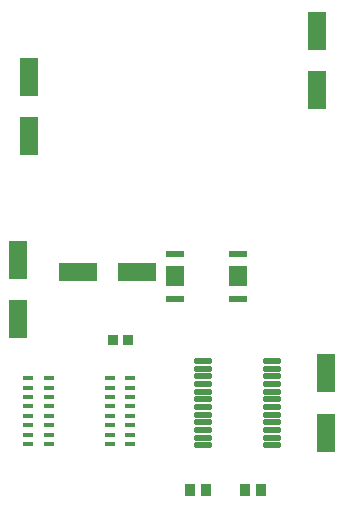
<source format=gtp>
G04*
G04 #@! TF.GenerationSoftware,Altium Limited,Altium Designer,22.11.1 (43)*
G04*
G04 Layer_Color=8421504*
%FSLAX25Y25*%
%MOIN*%
G70*
G04*
G04 #@! TF.SameCoordinates,86DA71BE-ED10-4D6F-9541-DF3680A4200E*
G04*
G04*
G04 #@! TF.FilePolarity,Positive*
G04*
G01*
G75*
%ADD18R,0.06299X0.12598*%
%ADD19R,0.12598X0.06299*%
%ADD20R,0.03543X0.03937*%
%ADD21R,0.03543X0.01772*%
G04:AMPARAMS|DCode=22|XSize=59.06mil|YSize=17.72mil|CornerRadius=1.95mil|HoleSize=0mil|Usage=FLASHONLY|Rotation=0.000|XOffset=0mil|YOffset=0mil|HoleType=Round|Shape=RoundedRectangle|*
%AMROUNDEDRECTD22*
21,1,0.05906,0.01382,0,0,0.0*
21,1,0.05516,0.01772,0,0,0.0*
1,1,0.00390,0.02758,-0.00691*
1,1,0.00390,-0.02758,-0.00691*
1,1,0.00390,-0.02758,0.00691*
1,1,0.00390,0.02758,0.00691*
%
%ADD22ROUNDEDRECTD22*%
%ADD23R,0.03347X0.03740*%
%ADD24R,0.06000X0.02000*%
%ADD25R,0.06000X0.07000*%
D18*
X86200Y89342D02*
D03*
Y69657D02*
D03*
X186048Y165594D02*
D03*
Y145909D02*
D03*
X188900Y51385D02*
D03*
Y31700D02*
D03*
X90000Y150291D02*
D03*
Y130606D02*
D03*
D19*
X106257Y85300D02*
D03*
X125943D02*
D03*
D20*
X148954Y12539D02*
D03*
X143639D02*
D03*
X162144D02*
D03*
X167459D02*
D03*
D21*
X96500Y49844D02*
D03*
Y46695D02*
D03*
Y43545D02*
D03*
Y40395D02*
D03*
Y37246D02*
D03*
Y34096D02*
D03*
Y30947D02*
D03*
Y27797D02*
D03*
X89807D02*
D03*
Y30947D02*
D03*
Y34096D02*
D03*
Y37246D02*
D03*
Y40395D02*
D03*
Y43545D02*
D03*
Y46695D02*
D03*
Y49844D02*
D03*
X123605D02*
D03*
Y46695D02*
D03*
Y43545D02*
D03*
Y40395D02*
D03*
Y37246D02*
D03*
Y34096D02*
D03*
Y30947D02*
D03*
X116912Y27797D02*
D03*
Y30947D02*
D03*
Y34096D02*
D03*
Y37246D02*
D03*
Y40395D02*
D03*
Y43545D02*
D03*
Y46695D02*
D03*
Y49844D02*
D03*
X123605Y27797D02*
D03*
D22*
X170917Y55575D02*
D03*
Y53016D02*
D03*
Y50457D02*
D03*
Y47898D02*
D03*
Y45339D02*
D03*
Y42779D02*
D03*
Y40220D02*
D03*
Y37661D02*
D03*
Y35102D02*
D03*
Y32543D02*
D03*
Y29984D02*
D03*
Y27425D02*
D03*
X148083D02*
D03*
Y29984D02*
D03*
Y32543D02*
D03*
Y35102D02*
D03*
Y37661D02*
D03*
Y40220D02*
D03*
Y42779D02*
D03*
Y45339D02*
D03*
Y47898D02*
D03*
Y50457D02*
D03*
Y53016D02*
D03*
Y55575D02*
D03*
D23*
X123059Y62500D02*
D03*
X117941D02*
D03*
D24*
X159815Y76250D02*
D03*
Y91289D02*
D03*
X138615D02*
D03*
Y76250D02*
D03*
D25*
X159815Y83769D02*
D03*
X138615D02*
D03*
M02*

</source>
